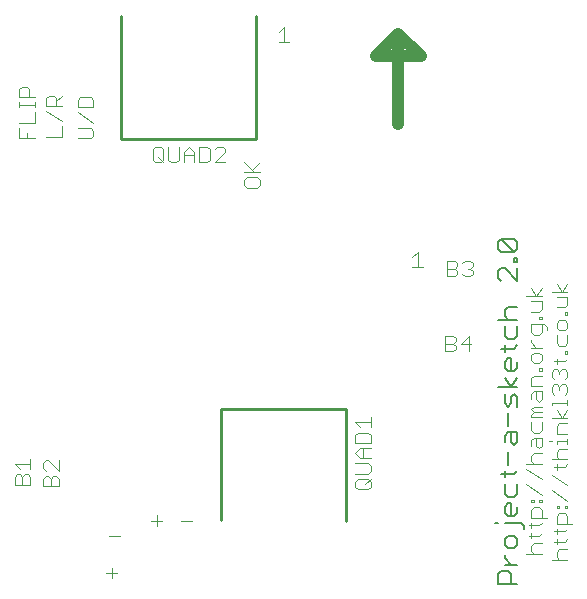
<source format=gto>
G75*
G70*
%OFA0B0*%
%FSLAX24Y24*%
%IPPOS*%
%LPD*%
%AMOC8*
5,1,8,0,0,1.08239X$1,22.5*
%
%ADD10C,0.0060*%
%ADD11C,0.0100*%
%ADD12C,0.0040*%
%ADD13C,0.0400*%
D10*
X017912Y008000D02*
X018019Y008000D01*
X018232Y008000D02*
X018766Y008000D01*
X018873Y007894D01*
X018873Y007787D01*
X018553Y007569D02*
X018659Y007463D01*
X018659Y007249D01*
X018553Y007142D01*
X018339Y007142D01*
X018232Y007249D01*
X018232Y007463D01*
X018339Y007569D01*
X018553Y007569D01*
X018553Y008217D02*
X018339Y008217D01*
X018232Y008323D01*
X018232Y008537D01*
X018339Y008644D01*
X018446Y008644D01*
X018446Y008217D01*
X018553Y008217D02*
X018659Y008323D01*
X018659Y008537D01*
X018553Y008861D02*
X018659Y008968D01*
X018659Y009288D01*
X018553Y009612D02*
X018659Y009719D01*
X018553Y009612D02*
X018126Y009612D01*
X018232Y009506D02*
X018232Y009719D01*
X018339Y009935D02*
X018339Y010362D01*
X018553Y010580D02*
X018446Y010687D01*
X018446Y011007D01*
X018339Y011007D02*
X018232Y010900D01*
X018232Y010687D01*
X018339Y011007D02*
X018659Y011007D01*
X018659Y010687D01*
X018553Y010580D01*
X018339Y011224D02*
X018339Y011651D01*
X018339Y011869D02*
X018232Y011976D01*
X018232Y012296D01*
X018446Y012189D02*
X018446Y011976D01*
X018339Y011869D01*
X018446Y012189D02*
X018553Y012296D01*
X018659Y012189D01*
X018659Y011869D01*
X018659Y012513D02*
X018019Y012513D01*
X018232Y012834D02*
X018446Y012513D01*
X018659Y012834D01*
X018553Y013051D02*
X018339Y013051D01*
X018232Y013157D01*
X018232Y013371D01*
X018339Y013478D01*
X018446Y013478D01*
X018446Y013051D01*
X018553Y013051D02*
X018659Y013157D01*
X018659Y013371D01*
X018553Y013802D02*
X018659Y013909D01*
X018553Y013802D02*
X018126Y013802D01*
X018232Y013695D02*
X018232Y013909D01*
X018339Y014125D02*
X018553Y014125D01*
X018659Y014231D01*
X018659Y014552D01*
X018659Y014769D02*
X018019Y014769D01*
X018232Y014876D02*
X018232Y015089D01*
X018339Y015196D01*
X018659Y015196D01*
X018339Y014769D02*
X018232Y014876D01*
X018232Y014552D02*
X018232Y014231D01*
X018339Y014125D01*
X018126Y016058D02*
X018019Y016165D01*
X018019Y016379D01*
X018126Y016485D01*
X018232Y016485D01*
X018659Y016058D01*
X018659Y016485D01*
X018659Y016703D02*
X018553Y016703D01*
X018553Y016810D01*
X018659Y016810D01*
X018659Y016703D01*
X018553Y017025D02*
X018126Y017452D01*
X018553Y017452D01*
X018659Y017345D01*
X018659Y017132D01*
X018553Y017025D01*
X018126Y017025D01*
X018019Y017132D01*
X018019Y017345D01*
X018126Y017452D01*
X018232Y009288D02*
X018232Y008968D01*
X018339Y008861D01*
X018553Y008861D01*
X018232Y006926D02*
X018232Y006819D01*
X018446Y006605D01*
X018659Y006605D02*
X018232Y006605D01*
X018126Y006388D02*
X018339Y006388D01*
X018446Y006281D01*
X018446Y005961D01*
X018659Y005961D02*
X018019Y005961D01*
X018019Y006281D01*
X018126Y006388D01*
D11*
X012939Y008040D02*
X012939Y011790D01*
X008789Y011790D01*
X008789Y008090D01*
X009939Y020790D02*
X005439Y020790D01*
X005439Y024890D01*
X009939Y024890D02*
X009939Y020790D01*
D12*
X005306Y006320D02*
X004959Y006320D01*
X005133Y006147D02*
X005133Y006494D01*
X005059Y007570D02*
X005406Y007570D01*
X006459Y008070D02*
X006806Y008070D01*
X006633Y007897D02*
X006633Y008244D01*
X007459Y008070D02*
X007806Y008070D01*
X003369Y009210D02*
X003369Y009470D01*
X003283Y009557D01*
X003196Y009557D01*
X003109Y009470D01*
X003109Y009210D01*
X002849Y009210D02*
X002849Y009470D01*
X002936Y009557D01*
X003022Y009557D01*
X003109Y009470D01*
X002936Y009726D02*
X002849Y009812D01*
X002849Y009986D01*
X002936Y010073D01*
X003022Y010073D01*
X003369Y009726D01*
X003369Y010073D01*
X003369Y009210D02*
X002849Y009210D01*
X002419Y009260D02*
X002419Y009520D01*
X002333Y009607D01*
X002246Y009607D01*
X002159Y009520D01*
X002159Y009260D01*
X002419Y009260D02*
X001899Y009260D01*
X001899Y009520D01*
X001986Y009607D01*
X002072Y009607D01*
X002159Y009520D01*
X002072Y009776D02*
X001899Y009949D01*
X002419Y009949D01*
X002419Y009776D02*
X002419Y010123D01*
X006596Y020010D02*
X006509Y020097D01*
X006509Y020444D01*
X006596Y020531D01*
X006769Y020531D01*
X006856Y020444D01*
X006856Y020097D01*
X006769Y020010D01*
X006596Y020010D01*
X006683Y020184D02*
X006856Y020010D01*
X007025Y020097D02*
X007112Y020010D01*
X007285Y020010D01*
X007372Y020097D01*
X007372Y020531D01*
X007541Y020357D02*
X007541Y020010D01*
X007541Y020270D02*
X007887Y020270D01*
X007887Y020357D02*
X007887Y020010D01*
X008056Y020010D02*
X008056Y020531D01*
X008316Y020531D01*
X008403Y020444D01*
X008403Y020097D01*
X008316Y020010D01*
X008056Y020010D01*
X007887Y020357D02*
X007714Y020531D01*
X007541Y020357D01*
X007025Y020531D02*
X007025Y020097D01*
X008572Y020010D02*
X008919Y020357D01*
X008919Y020444D01*
X008832Y020531D01*
X008659Y020531D01*
X008572Y020444D01*
X008572Y020010D02*
X008919Y020010D01*
X009549Y020023D02*
X009896Y019676D01*
X009809Y019762D02*
X010069Y020023D01*
X010069Y019676D02*
X009549Y019676D01*
X009636Y019507D02*
X009549Y019420D01*
X009549Y019247D01*
X009636Y019160D01*
X009983Y019160D01*
X010069Y019247D01*
X010069Y019420D01*
X009983Y019507D01*
X009636Y019507D01*
X010709Y024010D02*
X011056Y024010D01*
X010883Y024010D02*
X010883Y024531D01*
X010709Y024357D01*
X015333Y017031D02*
X015333Y016510D01*
X015506Y016510D02*
X015159Y016510D01*
X015159Y016857D02*
X015333Y017031D01*
X016309Y016731D02*
X016309Y016210D01*
X016569Y016210D01*
X016656Y016297D01*
X016656Y016384D01*
X016569Y016470D01*
X016309Y016470D01*
X016569Y016470D02*
X016656Y016557D01*
X016656Y016644D01*
X016569Y016731D01*
X016309Y016731D01*
X016825Y016644D02*
X016912Y016731D01*
X017085Y016731D01*
X017172Y016644D01*
X017172Y016557D01*
X017085Y016470D01*
X017172Y016384D01*
X017172Y016297D01*
X017085Y016210D01*
X016912Y016210D01*
X016825Y016297D01*
X016998Y016470D02*
X017085Y016470D01*
X017035Y014231D02*
X016775Y013970D01*
X017122Y013970D01*
X017035Y013710D02*
X017035Y014231D01*
X016606Y014144D02*
X016606Y014057D01*
X016519Y013970D01*
X016259Y013970D01*
X016259Y013710D02*
X016259Y014231D01*
X016519Y014231D01*
X016606Y014144D01*
X016519Y013970D02*
X016606Y013884D01*
X016606Y013797D01*
X016519Y013710D01*
X016259Y013710D01*
X018949Y015554D02*
X019469Y015554D01*
X019469Y015385D02*
X019122Y015385D01*
X019296Y015554D02*
X019122Y015814D01*
X019296Y015554D02*
X019469Y015814D01*
X019799Y015698D02*
X020319Y015698D01*
X020319Y015529D02*
X019972Y015529D01*
X020146Y015698D02*
X019972Y015958D01*
X020146Y015698D02*
X020319Y015958D01*
X020319Y015529D02*
X020319Y015269D01*
X020233Y015182D01*
X019972Y015182D01*
X020233Y015011D02*
X020233Y014924D01*
X020319Y014924D01*
X020319Y015011D01*
X020233Y015011D01*
X020233Y014755D02*
X020059Y014755D01*
X019972Y014669D01*
X019972Y014495D01*
X020059Y014408D01*
X020233Y014408D01*
X020319Y014495D01*
X020319Y014669D01*
X020233Y014755D01*
X020319Y014240D02*
X020319Y013980D01*
X020233Y013893D01*
X020059Y013893D01*
X019972Y013980D01*
X019972Y014240D01*
X020233Y013722D02*
X020319Y013722D01*
X020319Y013635D01*
X020233Y013635D01*
X020233Y013722D01*
X020319Y013465D02*
X020233Y013378D01*
X019886Y013378D01*
X019972Y013291D02*
X019972Y013465D01*
X019972Y013123D02*
X020059Y013036D01*
X020146Y013123D01*
X020233Y013123D01*
X020319Y013036D01*
X020319Y012862D01*
X020233Y012776D01*
X020233Y012607D02*
X020319Y012520D01*
X020319Y012347D01*
X020233Y012260D01*
X020319Y012090D02*
X020319Y011916D01*
X020319Y012003D02*
X019799Y012003D01*
X019799Y011916D01*
X019972Y011747D02*
X020146Y011487D01*
X020319Y011747D01*
X020319Y011487D02*
X019799Y011487D01*
X019972Y011231D02*
X020059Y011318D01*
X020319Y011318D01*
X020319Y010971D02*
X019972Y010971D01*
X019972Y011231D01*
X019972Y010714D02*
X020319Y010714D01*
X020319Y010627D02*
X020319Y010801D01*
X020319Y010459D02*
X020059Y010459D01*
X019972Y010372D01*
X019972Y010198D01*
X020059Y010112D01*
X019972Y009941D02*
X019972Y009768D01*
X019886Y009855D02*
X020233Y009855D01*
X020319Y009941D01*
X020319Y010112D02*
X019799Y010112D01*
X019469Y009968D02*
X018949Y009968D01*
X018949Y009799D02*
X019469Y009452D01*
X019799Y009599D02*
X020319Y009252D01*
X020319Y008737D02*
X019799Y009084D01*
X019469Y008937D02*
X018949Y009284D01*
X019122Y008766D02*
X019209Y008766D01*
X019209Y008679D01*
X019122Y008679D01*
X019122Y008766D01*
X019383Y008766D02*
X019469Y008766D01*
X019469Y008679D01*
X019383Y008679D01*
X019383Y008766D01*
X019383Y008510D02*
X019209Y008510D01*
X019122Y008423D01*
X019122Y008163D01*
X019643Y008163D01*
X019469Y008163D02*
X019469Y008423D01*
X019383Y008510D01*
X019469Y007993D02*
X019383Y007906D01*
X019036Y007906D01*
X019122Y007819D02*
X019122Y007993D01*
X019122Y007649D02*
X019122Y007476D01*
X019036Y007562D02*
X019383Y007562D01*
X019469Y007649D01*
X019469Y007307D02*
X019209Y007307D01*
X019122Y007220D01*
X019122Y007047D01*
X019209Y006960D01*
X018949Y006960D02*
X019469Y006960D01*
X019799Y006760D02*
X020319Y006760D01*
X020319Y007107D02*
X020059Y007107D01*
X019972Y007020D01*
X019972Y006847D01*
X020059Y006760D01*
X019972Y007276D02*
X019972Y007449D01*
X019886Y007362D02*
X020233Y007362D01*
X020319Y007449D01*
X020233Y007706D02*
X020319Y007793D01*
X020233Y007706D02*
X019886Y007706D01*
X019972Y007619D02*
X019972Y007793D01*
X019972Y007963D02*
X019972Y008223D01*
X020059Y008310D01*
X020233Y008310D01*
X020319Y008223D01*
X020319Y007963D01*
X020493Y007963D02*
X019972Y007963D01*
X019972Y008479D02*
X020059Y008479D01*
X020059Y008566D01*
X019972Y008566D01*
X019972Y008479D01*
X020233Y008479D02*
X020319Y008479D01*
X020319Y008566D01*
X020233Y008566D01*
X020233Y008479D01*
X019209Y009968D02*
X019122Y010055D01*
X019122Y010228D01*
X019209Y010315D01*
X019469Y010315D01*
X019383Y010484D02*
X019469Y010570D01*
X019469Y010830D01*
X019209Y010830D01*
X019122Y010744D01*
X019122Y010570D01*
X019296Y010570D02*
X019296Y010830D01*
X019209Y010999D02*
X019383Y010999D01*
X019469Y011086D01*
X019469Y011346D01*
X019469Y011515D02*
X019122Y011515D01*
X019122Y011601D01*
X019209Y011688D01*
X019122Y011775D01*
X019209Y011862D01*
X019469Y011862D01*
X019469Y011688D02*
X019209Y011688D01*
X019122Y011346D02*
X019122Y011086D01*
X019209Y010999D01*
X019296Y010570D02*
X019383Y010484D01*
X019712Y010714D02*
X019799Y010714D01*
X019972Y010714D02*
X019972Y010627D01*
X019383Y012030D02*
X019296Y012117D01*
X019296Y012377D01*
X019209Y012377D02*
X019469Y012377D01*
X019469Y012117D01*
X019383Y012030D01*
X019122Y012117D02*
X019122Y012291D01*
X019209Y012377D01*
X019122Y012546D02*
X019122Y012806D01*
X019209Y012893D01*
X019469Y012893D01*
X019469Y013062D02*
X019383Y013062D01*
X019383Y013148D01*
X019469Y013148D01*
X019469Y013062D01*
X019383Y013319D02*
X019469Y013406D01*
X019469Y013580D01*
X019383Y013666D01*
X019209Y013666D01*
X019122Y013580D01*
X019122Y013406D01*
X019209Y013319D01*
X019383Y013319D01*
X019469Y013835D02*
X019122Y013835D01*
X019122Y014009D02*
X019122Y014095D01*
X019122Y014009D02*
X019296Y013835D01*
X019209Y014265D02*
X019383Y014265D01*
X019469Y014351D01*
X019469Y014612D01*
X019556Y014612D02*
X019122Y014612D01*
X019122Y014351D01*
X019209Y014265D01*
X019643Y014438D02*
X019643Y014525D01*
X019556Y014612D01*
X019469Y014780D02*
X019469Y014867D01*
X019383Y014867D01*
X019383Y014780D01*
X019469Y014780D01*
X019383Y015038D02*
X019469Y015125D01*
X019469Y015385D01*
X019383Y015038D02*
X019122Y015038D01*
X019886Y013123D02*
X019799Y013036D01*
X019799Y012862D01*
X019886Y012776D01*
X019886Y012607D02*
X019799Y012520D01*
X019799Y012347D01*
X019886Y012260D01*
X020059Y012434D02*
X020059Y012520D01*
X020146Y012607D01*
X020233Y012607D01*
X020059Y012520D02*
X019972Y012607D01*
X019886Y012607D01*
X020059Y012949D02*
X020059Y013036D01*
X019972Y013123D02*
X019886Y013123D01*
X019469Y012546D02*
X019122Y012546D01*
X013769Y011520D02*
X013769Y011173D01*
X013769Y011346D02*
X013249Y011346D01*
X013422Y011173D01*
X013336Y011004D02*
X013249Y010917D01*
X013249Y010657D01*
X013769Y010657D01*
X013769Y010917D01*
X013683Y011004D01*
X013336Y011004D01*
X013422Y010488D02*
X013249Y010315D01*
X013422Y010141D01*
X013769Y010141D01*
X013683Y009973D02*
X013249Y009973D01*
X013422Y010488D02*
X013769Y010488D01*
X013509Y010488D02*
X013509Y010141D01*
X013683Y009973D02*
X013769Y009886D01*
X013769Y009712D01*
X013683Y009626D01*
X013249Y009626D01*
X013336Y009457D02*
X013249Y009370D01*
X013249Y009197D01*
X013336Y009110D01*
X013683Y009110D01*
X013769Y009197D01*
X013769Y009370D01*
X013683Y009457D01*
X013336Y009457D01*
X013596Y009284D02*
X013769Y009457D01*
X004433Y020810D02*
X004519Y020897D01*
X004519Y021070D01*
X004433Y021157D01*
X003999Y021157D01*
X003999Y020810D02*
X004433Y020810D01*
X004519Y021326D02*
X003999Y021673D01*
X003999Y021841D02*
X003999Y022102D01*
X004086Y022188D01*
X004433Y022188D01*
X004519Y022102D01*
X004519Y021841D01*
X003999Y021841D01*
X003469Y021891D02*
X002949Y021891D01*
X002949Y022152D01*
X003036Y022238D01*
X003209Y022238D01*
X003296Y022152D01*
X003296Y021891D01*
X003296Y022065D02*
X003469Y022238D01*
X002949Y021723D02*
X003469Y021376D01*
X003469Y021207D02*
X003469Y020860D01*
X002949Y020860D01*
X002569Y020810D02*
X002049Y020810D01*
X002049Y021157D01*
X002049Y021326D02*
X002569Y021326D01*
X002569Y021673D01*
X002569Y021841D02*
X002569Y022015D01*
X002569Y021928D02*
X002049Y021928D01*
X002049Y021841D02*
X002049Y022015D01*
X002049Y022185D02*
X002049Y022445D01*
X002136Y022532D01*
X002309Y022532D01*
X002396Y022445D01*
X002396Y022185D01*
X002569Y022185D02*
X002049Y022185D01*
X002309Y020984D02*
X002309Y020810D01*
D13*
X013939Y023540D02*
X015439Y023540D01*
X014689Y024290D01*
X013939Y023540D01*
X014689Y024290D02*
X014689Y021290D01*
M02*

</source>
